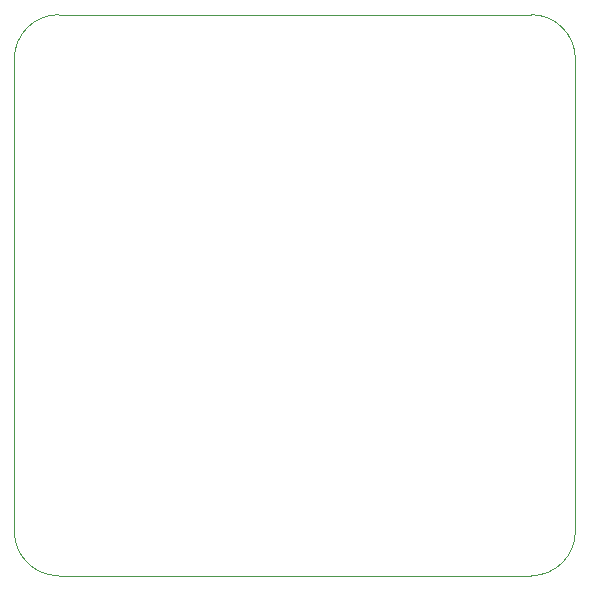
<source format=gbr>
%TF.GenerationSoftware,KiCad,Pcbnew,8.0.7*%
%TF.CreationDate,2025-07-22T17:47:17-04:00*%
%TF.ProjectId,Drone Motherboared,44726f6e-6520-44d6-9f74-686572626f61,rev?*%
%TF.SameCoordinates,Original*%
%TF.FileFunction,Profile,NP*%
%FSLAX46Y46*%
G04 Gerber Fmt 4.6, Leading zero omitted, Abs format (unit mm)*
G04 Created by KiCad (PCBNEW 8.0.7) date 2025-07-22 17:47:17*
%MOMM*%
%LPD*%
G01*
G04 APERTURE LIST*
%TA.AperFunction,Profile*%
%ADD10C,0.050000*%
%TD*%
G04 APERTURE END LIST*
D10*
X156250000Y-69500000D02*
G75*
G02*
X160000000Y-65750000I3750000J0D01*
G01*
X160000000Y-113250000D02*
G75*
G02*
X156250000Y-109500000I0J3750000D01*
G01*
X203750000Y-109500000D02*
G75*
G02*
X200000000Y-113250000I-3750000J0D01*
G01*
X200000000Y-65750000D02*
G75*
G02*
X203750000Y-69500000I0J-3750000D01*
G01*
X203750000Y-69500000D02*
X203750000Y-109500000D01*
X160000000Y-65750000D02*
X200000000Y-65750000D01*
X156250000Y-109500000D02*
X156250000Y-69500000D01*
X200000000Y-113250000D02*
X160000000Y-113250000D01*
M02*

</source>
